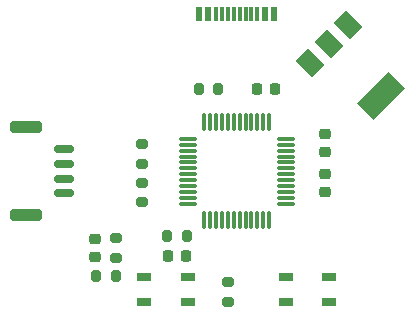
<source format=gbr>
%TF.GenerationSoftware,KiCad,Pcbnew,7.0.7*%
%TF.CreationDate,2023-10-08T15:01:22+08:00*%
%TF.ProjectId,RM_47mm,524d5f34-376d-46d2-9e6b-696361645f70,rev?*%
%TF.SameCoordinates,Original*%
%TF.FileFunction,Paste,Bot*%
%TF.FilePolarity,Positive*%
%FSLAX46Y46*%
G04 Gerber Fmt 4.6, Leading zero omitted, Abs format (unit mm)*
G04 Created by KiCad (PCBNEW 7.0.7) date 2023-10-08 15:01:22*
%MOMM*%
%LPD*%
G01*
G04 APERTURE LIST*
G04 Aperture macros list*
%AMRoundRect*
0 Rectangle with rounded corners*
0 $1 Rounding radius*
0 $2 $3 $4 $5 $6 $7 $8 $9 X,Y pos of 4 corners*
0 Add a 4 corners polygon primitive as box body*
4,1,4,$2,$3,$4,$5,$6,$7,$8,$9,$2,$3,0*
0 Add four circle primitives for the rounded corners*
1,1,$1+$1,$2,$3*
1,1,$1+$1,$4,$5*
1,1,$1+$1,$6,$7*
1,1,$1+$1,$8,$9*
0 Add four rect primitives between the rounded corners*
20,1,$1+$1,$2,$3,$4,$5,0*
20,1,$1+$1,$4,$5,$6,$7,0*
20,1,$1+$1,$6,$7,$8,$9,0*
20,1,$1+$1,$8,$9,$2,$3,0*%
%AMRotRect*
0 Rectangle, with rotation*
0 The origin of the aperture is its center*
0 $1 length*
0 $2 width*
0 $3 Rotation angle, in degrees counterclockwise*
0 Add horizontal line*
21,1,$1,$2,0,0,$3*%
G04 Aperture macros list end*
%ADD10R,1.251471X0.645202*%
%ADD11R,1.195849X0.659990*%
%ADD12R,1.251471X0.650765*%
%ADD13R,1.195849X0.657460*%
%ADD14R,1.173396X0.650216*%
%ADD15R,1.220860X0.646345*%
%ADD16R,1.167700X0.647659*%
%ADD17R,1.220850X0.660950*%
%ADD18RoundRect,0.200000X0.275000X-0.200000X0.275000X0.200000X-0.275000X0.200000X-0.275000X-0.200000X0*%
%ADD19RoundRect,0.200000X-0.200000X-0.275000X0.200000X-0.275000X0.200000X0.275000X-0.200000X0.275000X0*%
%ADD20RoundRect,0.075000X0.662500X0.075000X-0.662500X0.075000X-0.662500X-0.075000X0.662500X-0.075000X0*%
%ADD21RoundRect,0.075000X0.075000X0.662500X-0.075000X0.662500X-0.075000X-0.662500X0.075000X-0.662500X0*%
%ADD22RoundRect,0.225000X-0.250000X0.225000X-0.250000X-0.225000X0.250000X-0.225000X0.250000X0.225000X0*%
%ADD23RoundRect,0.225000X0.225000X0.250000X-0.225000X0.250000X-0.225000X-0.250000X0.225000X-0.250000X0*%
%ADD24RoundRect,0.225000X0.250000X-0.225000X0.250000X0.225000X-0.250000X0.225000X-0.250000X-0.225000X0*%
%ADD25R,0.600000X1.240000*%
%ADD26R,0.300000X1.240000*%
%ADD27RoundRect,0.150000X0.700000X-0.150000X0.700000X0.150000X-0.700000X0.150000X-0.700000X-0.150000X0*%
%ADD28RoundRect,0.250000X1.100000X-0.250000X1.100000X0.250000X-1.100000X0.250000X-1.100000X-0.250000X0*%
%ADD29RoundRect,0.200000X-0.275000X0.200000X-0.275000X-0.200000X0.275000X-0.200000X0.275000X0.200000X0*%
%ADD30RotRect,2.000000X1.500000X315.000000*%
%ADD31RotRect,2.000000X3.800000X315.000000*%
%ADD32RoundRect,0.200000X0.200000X0.275000X-0.200000X0.275000X-0.200000X-0.275000X0.200000X-0.275000X0*%
G04 APERTURE END LIST*
D10*
%TO.C,SW1*%
X145871643Y-108929298D03*
D11*
X142150605Y-108920005D03*
D12*
X145871643Y-111079045D03*
D13*
X142150605Y-111071269D03*
%TD*%
D14*
%TO.C,SW2*%
X154148388Y-111074885D03*
D15*
X157855606Y-111076747D03*
D16*
X154145540Y-108926171D03*
D17*
X157855601Y-108919525D03*
%TD*%
D18*
%TO.C,R7*%
X139783288Y-107336708D03*
X139783288Y-105686708D03*
%TD*%
%TO.C,R3*%
X142018127Y-99380570D03*
X142018127Y-97730570D03*
%TD*%
D19*
%TO.C,R4*%
X146775000Y-93000000D03*
X148425000Y-93000000D03*
%TD*%
D20*
%TO.C,U1*%
X154162500Y-97250000D03*
X154162500Y-97750000D03*
X154162500Y-98250000D03*
X154162500Y-98750000D03*
X154162500Y-99250000D03*
X154162500Y-99750000D03*
X154162500Y-100250000D03*
X154162500Y-100750000D03*
X154162500Y-101250000D03*
X154162500Y-101750000D03*
X154162500Y-102250000D03*
X154162500Y-102750000D03*
D21*
X152750000Y-104162500D03*
X152250000Y-104162500D03*
X151750000Y-104162500D03*
X151250000Y-104162500D03*
X150750000Y-104162500D03*
X150250000Y-104162500D03*
X149750000Y-104162500D03*
X149250000Y-104162500D03*
X148750000Y-104162500D03*
X148250000Y-104162500D03*
X147750000Y-104162500D03*
X147250000Y-104162500D03*
D20*
X145837500Y-102750000D03*
X145837500Y-102250000D03*
X145837500Y-101750000D03*
X145837500Y-101250000D03*
X145837500Y-100750000D03*
X145837500Y-100250000D03*
X145837500Y-99750000D03*
X145837500Y-99250000D03*
X145837500Y-98750000D03*
X145837500Y-98250000D03*
X145837500Y-97750000D03*
X145837500Y-97250000D03*
D21*
X147250000Y-95837500D03*
X147750000Y-95837500D03*
X148250000Y-95837500D03*
X148750000Y-95837500D03*
X149250000Y-95837500D03*
X149750000Y-95837500D03*
X150250000Y-95837500D03*
X150750000Y-95837500D03*
X151250000Y-95837500D03*
X151750000Y-95837500D03*
X152250000Y-95837500D03*
X152750000Y-95837500D03*
%TD*%
D22*
%TO.C,C9*%
X157480000Y-96805000D03*
X157480000Y-98355000D03*
%TD*%
D23*
%TO.C,C11*%
X153275000Y-93000000D03*
X151725000Y-93000000D03*
%TD*%
%TO.C,C12*%
X145705537Y-107172023D03*
X144155537Y-107172023D03*
%TD*%
D24*
%TO.C,C13*%
X138039859Y-107289498D03*
X138039859Y-105739498D03*
%TD*%
D25*
%TO.C,J1*%
X146800000Y-86725000D03*
X147600000Y-86725000D03*
D26*
X148750000Y-86725000D03*
X149750000Y-86725000D03*
X150250000Y-86725000D03*
X151250000Y-86725000D03*
D25*
X152400000Y-86725000D03*
X153200000Y-86725000D03*
X153200000Y-86725000D03*
X152400000Y-86725000D03*
D26*
X151750000Y-86725000D03*
X150750000Y-86725000D03*
X149250000Y-86725000D03*
X148250000Y-86725000D03*
D25*
X147600000Y-86725000D03*
X146800000Y-86725000D03*
%TD*%
D19*
%TO.C,R6*%
X138129023Y-108882715D03*
X139779023Y-108882715D03*
%TD*%
D27*
%TO.C,J2*%
X135350000Y-101875000D03*
X135350000Y-100625000D03*
X135350000Y-99375000D03*
X135350000Y-98125000D03*
D28*
X132150000Y-103725000D03*
X132150000Y-96275000D03*
%TD*%
D29*
%TO.C,R2*%
X142021726Y-100975355D03*
X142021726Y-102625355D03*
%TD*%
D30*
%TO.C,U2*%
X156166268Y-90838959D03*
X157792614Y-89212614D03*
D31*
X162247386Y-93667386D03*
D30*
X159418959Y-87586268D03*
%TD*%
D29*
%TO.C,R5*%
X149258680Y-109398485D03*
X149258680Y-111048485D03*
%TD*%
D32*
%TO.C,R1*%
X145758826Y-105466261D03*
X144108826Y-105466261D03*
%TD*%
D24*
%TO.C,C10*%
X157474699Y-101792865D03*
X157474699Y-100242865D03*
%TD*%
M02*

</source>
